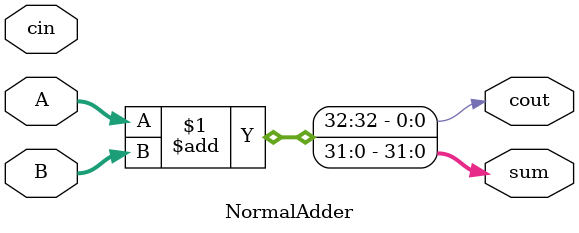
<source format=v>
module NormalAdder (A,B,cin,sum,cout);
input [31:0] A,B;
input cin;
output [31:0] sum;
output cout;

assign {cout,sum} = A+B;


endmodule

</source>
